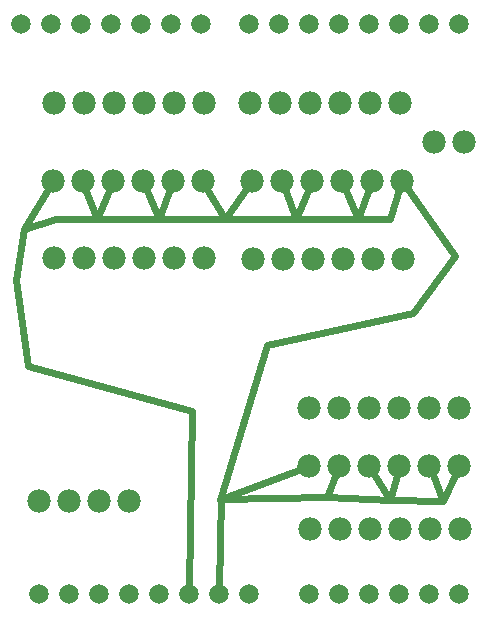
<source format=gbl>
G04 MADE WITH FRITZING*
G04 WWW.FRITZING.ORG*
G04 DOUBLE SIDED*
G04 HOLES PLATED*
G04 CONTOUR ON CENTER OF CONTOUR VECTOR*
%ASAXBY*%
%FSLAX23Y23*%
%MOIN*%
%OFA0B0*%
%SFA1.0B1.0*%
%ADD10C,0.065278*%
%ADD11C,0.078000*%
%ADD12C,0.024000*%
%ADD13R,0.001000X0.001000*%
%LNCOPPER0*%
G90*
G70*
G54D10*
X1123Y88D03*
X1223Y88D03*
X1323Y88D03*
X1423Y88D03*
X1523Y88D03*
X663Y1988D03*
X563Y1988D03*
X463Y1988D03*
X363Y1988D03*
X263Y1988D03*
X163Y1988D03*
X63Y1988D03*
X1523Y1988D03*
X1423Y1988D03*
X1323Y1988D03*
X1223Y1988D03*
X1123Y1988D03*
X1023Y1988D03*
X923Y1988D03*
X823Y1988D03*
X223Y88D03*
X123Y88D03*
X323Y88D03*
X423Y88D03*
X523Y88D03*
X623Y88D03*
X723Y88D03*
X823Y88D03*
X1023Y88D03*
G54D11*
X671Y1208D03*
X571Y1208D03*
X471Y1208D03*
X371Y1208D03*
X271Y1208D03*
X171Y1208D03*
X1334Y1205D03*
X1234Y1205D03*
X1134Y1205D03*
X1034Y1205D03*
X934Y1205D03*
X834Y1205D03*
X667Y1467D03*
X567Y1467D03*
X467Y1467D03*
X367Y1467D03*
X267Y1467D03*
X167Y1467D03*
X1332Y1467D03*
X1232Y1467D03*
X1132Y1467D03*
X1032Y1467D03*
X932Y1467D03*
X832Y1467D03*
X423Y401D03*
X323Y401D03*
X223Y401D03*
X123Y401D03*
X670Y1725D03*
X570Y1725D03*
X470Y1725D03*
X370Y1725D03*
X270Y1725D03*
X170Y1725D03*
X1326Y1725D03*
X1226Y1725D03*
X1126Y1725D03*
X1026Y1725D03*
X926Y1725D03*
X826Y1725D03*
X1539Y1595D03*
X1439Y1595D03*
X1520Y708D03*
X1420Y708D03*
X1320Y708D03*
X1220Y708D03*
X1120Y708D03*
X1020Y708D03*
X1523Y515D03*
X1423Y515D03*
X1323Y515D03*
X1223Y515D03*
X1123Y515D03*
X1023Y515D03*
X1526Y305D03*
X1426Y305D03*
X1326Y305D03*
X1226Y305D03*
X1126Y305D03*
X1026Y305D03*
G54D12*
X84Y848D02*
X631Y698D01*
D02*
X46Y1136D02*
X84Y848D01*
D02*
X631Y698D02*
X623Y108D01*
D02*
X70Y1305D02*
X46Y1136D01*
D02*
X157Y1451D02*
X70Y1305D01*
D02*
X70Y1305D02*
X179Y1338D01*
D02*
X179Y1338D02*
X315Y1338D01*
D02*
X315Y1338D02*
X522Y1338D01*
D02*
X522Y1338D02*
X743Y1339D01*
D02*
X315Y1338D02*
X273Y1450D01*
D02*
X743Y1339D02*
X977Y1340D01*
D02*
X522Y1338D02*
X474Y1450D01*
D02*
X315Y1338D02*
X360Y1450D01*
D02*
X977Y1340D02*
X1184Y1338D01*
D02*
X743Y1339D02*
X676Y1451D01*
D02*
X522Y1338D02*
X561Y1449D01*
D02*
X1184Y1338D02*
X1290Y1341D01*
D02*
X977Y1340D02*
X938Y1449D01*
D02*
X743Y1339D02*
X821Y1452D01*
D02*
X1290Y1341D02*
X1326Y1449D01*
D02*
X1184Y1338D02*
X1139Y1450D01*
D02*
X977Y1340D02*
X1024Y1450D01*
D02*
X1184Y1338D02*
X1225Y1449D01*
D02*
X726Y404D02*
X882Y919D01*
D02*
X882Y919D02*
X1369Y1025D01*
D02*
X729Y407D02*
X1080Y412D01*
D02*
X1369Y1025D02*
X1508Y1215D01*
D02*
X1080Y412D02*
X1292Y402D01*
D02*
X1005Y509D02*
X729Y407D01*
D02*
X1508Y1215D02*
X1343Y1452D01*
D02*
X1292Y402D02*
X1467Y398D01*
D02*
X1080Y412D02*
X1116Y498D01*
D02*
X729Y412D02*
X723Y108D01*
D02*
X729Y407D02*
X729Y412D01*
D02*
X1467Y398D02*
X1515Y498D01*
D02*
X1292Y402D02*
X1233Y499D01*
D02*
X1467Y398D02*
X1430Y497D01*
D02*
X1292Y402D02*
X1318Y497D01*
G54D13*
D02*
G04 End of Copper0*
M02*
</source>
